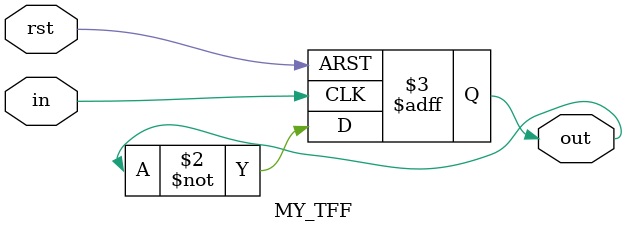
<source format=v>
module Divider(input clk, rst, input [7 : 0] SW, output reg psi);
	reg [7 : 0]cnt;
	wire co;
	always @(posedge clk, posedge rst)
	begin
		if (rst)
			cnt = SW;
		else
		begin
			if (&cnt)
				cnt = SW;
			else
				cnt = cnt + 1;
		end
	end
	assign co = &(cnt);
	always @(posedge co, posedge rst)
	begin
		if(rst)
			psi = 0;
		else
			psi = ~psi;
	end
endmodule

module DividerCounter(input clk, rst, ld,input [3 : 0]parallel, output co);
	reg [3 : 0] cnt;
	always @(posedge clk, posedge rst)
	begin
		if (rst)
			cnt = parallel;
		else
		begin
			if (ld)
				cnt = parallel;
			else
				cnt = cnt + 1;
		end
	end
	assign co = &(cnt);
endmodule

module MY_TFF(input rst, in, output reg out);
	always @(posedge rst, posedge in)
	begin
		if(rst)
			out = 0;
		else
			out = ~out;
	end
endmodule

</source>
